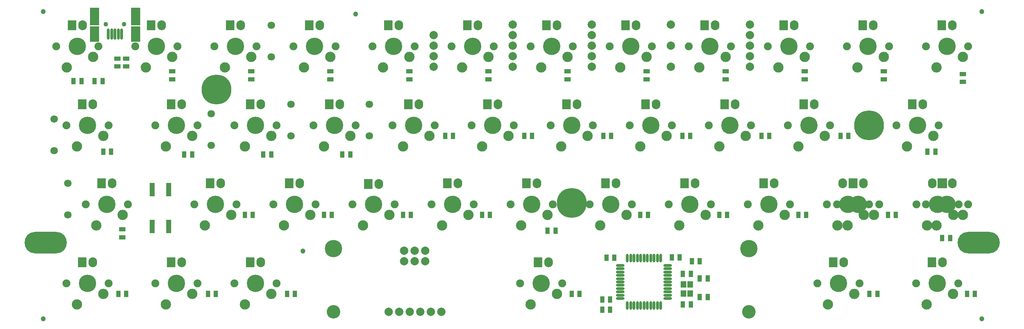
<source format=gbs>
G04 (created by PCBNEW (2013-02-13 BZR 3947)-testing) date 9/20/2013 10:49:51 AM*
%MOIN*%
G04 Gerber Fmt 3.4, Leading zero omitted, Abs format*
%FSLAX34Y34*%
G01*
G70*
G90*
G04 APERTURE LIST*
%ADD10C,0*%
%ADD11O,0.4017X0.2049*%
%ADD12C,0.2836*%
%ADD13R,0.0473701X0.130047*%
%ADD14R,0.0887X0.1655*%
%ADD15R,0.0887X0.1458*%
%ADD16O,0.0277008X0.106425*%
%ADD17C,0.0434331*%
%ADD18R,0.0533X0.0631*%
%ADD19O,0.0828X0.024*%
%ADD20O,0.024X0.0828*%
%ADD21R,0.043X0.063*%
%ADD22R,0.063X0.043*%
%ADD23C,0.0788661*%
%ADD24C,0.0709921*%
%ADD25C,0.098*%
%ADD26C,0.165*%
%ADD27C,0.075*%
%ADD28O,0.083X0.093*%
%ADD29R,0.083X0.093*%
%ADD30C,0.0473701*%
%ADD31C,0.128*%
G04 APERTURE END LIST*
G54D10*
G54D11*
X89071Y-22244D03*
G54D12*
X78701Y-11122D03*
X16801Y-7722D03*
X50472Y-18503D03*
G54D11*
X574Y-22244D03*
G54D13*
X10688Y-17223D03*
X12263Y-20727D03*
X10689Y-20727D03*
X12263Y-17223D03*
G54D14*
X9104Y-775D03*
X5226Y-775D03*
G54D15*
X5226Y-2449D03*
X9104Y-2449D03*
G54D16*
X7165Y-2449D03*
X6850Y-2449D03*
X6535Y-2449D03*
X7480Y-2449D03*
X7795Y-2449D03*
G54D17*
X6299Y-1523D03*
X8031Y-1523D03*
G54D18*
X61081Y-26226D03*
X61081Y-27092D03*
X61711Y-26226D03*
X61711Y-27092D03*
G54D19*
X55094Y-25985D03*
X55094Y-25670D03*
X55094Y-25355D03*
X55094Y-25040D03*
X55094Y-24725D03*
X55094Y-24410D03*
X55094Y-26300D03*
X55094Y-26615D03*
X55094Y-26930D03*
X55094Y-27245D03*
X55094Y-27560D03*
X59594Y-25985D03*
X59594Y-25670D03*
X59594Y-25355D03*
X59594Y-25040D03*
X59594Y-24725D03*
X59594Y-24410D03*
X59594Y-26300D03*
X59594Y-26615D03*
X59594Y-26930D03*
X59594Y-27245D03*
X59594Y-27560D03*
G54D20*
X57344Y-23735D03*
X57344Y-28235D03*
X57659Y-23735D03*
X57659Y-28235D03*
X57974Y-28235D03*
X57974Y-23735D03*
X58289Y-23735D03*
X58289Y-28235D03*
X58604Y-28235D03*
X58604Y-23735D03*
X58919Y-23735D03*
X58919Y-28235D03*
X57029Y-28235D03*
X57029Y-23735D03*
X56714Y-23735D03*
X56714Y-28235D03*
X56399Y-28235D03*
X56399Y-23735D03*
X56084Y-23735D03*
X56084Y-28235D03*
X55769Y-28235D03*
X55769Y-23735D03*
G54D21*
X5226Y-6922D03*
X5976Y-6922D03*
X62621Y-25659D03*
X63371Y-25659D03*
X62621Y-27409D03*
X63371Y-27409D03*
X54121Y-27659D03*
X53371Y-27659D03*
X54521Y-23684D03*
X53771Y-23684D03*
X61771Y-28109D03*
X61021Y-28109D03*
X61771Y-25209D03*
X61021Y-25209D03*
G54D22*
X7376Y-5534D03*
X7376Y-4784D03*
X8226Y-5534D03*
X8226Y-4784D03*
G54D21*
X59971Y-23659D03*
X60721Y-23659D03*
X54126Y-28633D03*
X53376Y-28633D03*
X62621Y-24009D03*
X61871Y-24009D03*
G54D22*
X72601Y-6747D03*
X72601Y-5997D03*
G54D21*
X69226Y-12122D03*
X68476Y-12122D03*
X72726Y-19622D03*
X71976Y-19622D03*
X39226Y-12122D03*
X38476Y-12122D03*
X65226Y-19622D03*
X64476Y-19622D03*
X61726Y-12122D03*
X60976Y-12122D03*
G54D22*
X65101Y-6747D03*
X65101Y-5997D03*
X57601Y-6747D03*
X57601Y-5997D03*
G54D21*
X54226Y-12122D03*
X53476Y-12122D03*
X57726Y-19622D03*
X56976Y-19622D03*
X42726Y-19622D03*
X41976Y-19622D03*
X3226Y-6922D03*
X3976Y-6922D03*
G54D22*
X50101Y-6747D03*
X50101Y-5997D03*
X35101Y-6747D03*
X35101Y-5997D03*
G54D21*
X35226Y-19622D03*
X34476Y-19622D03*
X28726Y-13872D03*
X29476Y-13872D03*
G54D22*
X27601Y-6747D03*
X27601Y-5997D03*
G54D21*
X51226Y-27122D03*
X50476Y-27122D03*
X48951Y-21109D03*
X48201Y-21109D03*
X46726Y-12122D03*
X45976Y-12122D03*
G54D22*
X42601Y-6747D03*
X42601Y-5997D03*
G54D21*
X24226Y-27122D03*
X23476Y-27122D03*
X16726Y-27122D03*
X15976Y-27122D03*
X27726Y-19622D03*
X26976Y-19622D03*
X21226Y-13872D03*
X21976Y-13872D03*
X20226Y-19622D03*
X19476Y-19622D03*
X13726Y-13872D03*
X14476Y-13872D03*
X8226Y-27122D03*
X7476Y-27122D03*
X6801Y-13609D03*
X6051Y-13609D03*
G54D22*
X20101Y-6747D03*
X20101Y-5997D03*
X12601Y-6747D03*
X12601Y-5997D03*
X7851Y-21747D03*
X7851Y-20997D03*
X87601Y-6997D03*
X87601Y-6247D03*
G54D21*
X86376Y-21822D03*
X85626Y-21822D03*
X88726Y-27122D03*
X87976Y-27122D03*
X79476Y-27122D03*
X78726Y-27122D03*
X84226Y-13622D03*
X84976Y-13622D03*
G54D22*
X80101Y-6747D03*
X80101Y-5997D03*
G54D21*
X76726Y-12122D03*
X75976Y-12122D03*
X81226Y-19622D03*
X80476Y-19622D03*
G54D23*
X37376Y-2559D03*
X37376Y-3559D03*
X37376Y-4559D03*
X44876Y-5559D03*
X44876Y-4559D03*
X44876Y-1559D03*
X37376Y-5559D03*
X52376Y-2559D03*
X52376Y-5559D03*
X52376Y-4559D03*
X52376Y-3559D03*
X59876Y-1559D03*
X59876Y-3559D03*
X52376Y-1559D03*
X36576Y-23024D03*
X36576Y-24024D03*
X34576Y-24024D03*
X34576Y-23024D03*
X35576Y-24024D03*
X35576Y-23024D03*
X37111Y-28809D03*
X35111Y-28809D03*
X33111Y-28809D03*
X36111Y-28809D03*
X34111Y-28809D03*
X38111Y-28809D03*
X44876Y-2559D03*
X44876Y-3559D03*
X67376Y-5559D03*
X67376Y-1559D03*
X67376Y-3559D03*
X67376Y-4559D03*
X67376Y-2559D03*
X59876Y-5559D03*
G54D24*
X1376Y-13509D03*
X1376Y-10509D03*
X2701Y-16622D03*
X2701Y-19622D03*
G54D25*
X3551Y-28122D03*
X6051Y-27122D03*
G54D26*
X4551Y-26122D03*
G54D27*
X6551Y-26122D03*
X2551Y-26122D03*
G54D25*
X3551Y-13122D03*
X6051Y-12122D03*
G54D26*
X4551Y-11122D03*
G54D27*
X6551Y-11122D03*
X2551Y-11122D03*
G54D25*
X5401Y-20622D03*
X7901Y-19622D03*
G54D26*
X6401Y-18622D03*
G54D27*
X8401Y-18622D03*
X4401Y-18622D03*
G54D28*
X24701Y-16622D03*
G54D29*
X23701Y-16622D03*
G54D28*
X13501Y-24122D03*
G54D29*
X12501Y-24122D03*
G54D28*
X17201Y-16622D03*
G54D29*
X16201Y-16622D03*
G54D28*
X5051Y-9122D03*
G54D29*
X4051Y-9122D03*
G54D28*
X11601Y-1621D03*
G54D29*
X10601Y-1621D03*
G54D28*
X5051Y-24122D03*
G54D29*
X4051Y-24122D03*
G54D25*
X85101Y-20622D03*
X87601Y-19622D03*
G54D26*
X86101Y-18622D03*
G54D27*
X88101Y-18622D03*
X84101Y-18622D03*
G54D25*
X49501Y-13122D03*
X52001Y-12122D03*
G54D26*
X50501Y-11122D03*
G54D27*
X52501Y-11122D03*
X48501Y-11122D03*
G54D25*
X70101Y-5622D03*
X72601Y-4622D03*
G54D26*
X71101Y-3622D03*
G54D27*
X73101Y-3622D03*
X69101Y-3622D03*
G54D25*
X32601Y-5622D03*
X35101Y-4622D03*
G54D26*
X33601Y-3622D03*
G54D27*
X35601Y-3622D03*
X31601Y-3622D03*
G54D25*
X84151Y-28122D03*
X86651Y-27122D03*
G54D26*
X85151Y-26122D03*
G54D27*
X87151Y-26122D03*
X83151Y-26122D03*
G54D25*
X74801Y-28122D03*
X77301Y-27122D03*
G54D26*
X75801Y-26122D03*
G54D27*
X77801Y-26122D03*
X73801Y-26122D03*
G54D25*
X19501Y-28122D03*
X22001Y-27122D03*
G54D26*
X20501Y-26122D03*
G54D27*
X22501Y-26122D03*
X18501Y-26122D03*
G54D25*
X12001Y-28122D03*
X14501Y-27122D03*
G54D26*
X13001Y-26122D03*
G54D27*
X15001Y-26122D03*
X11001Y-26122D03*
G54D25*
X76651Y-20622D03*
X79151Y-19622D03*
G54D26*
X77651Y-18622D03*
G54D27*
X79651Y-18622D03*
X75651Y-18622D03*
G54D25*
X68201Y-20622D03*
X70701Y-19622D03*
G54D26*
X69201Y-18622D03*
G54D27*
X71201Y-18622D03*
X67201Y-18622D03*
G54D25*
X27001Y-13122D03*
X29501Y-12122D03*
G54D26*
X28001Y-11122D03*
G54D27*
X30001Y-11122D03*
X26001Y-11122D03*
G54D25*
X19501Y-13122D03*
X22001Y-12122D03*
G54D26*
X20501Y-11122D03*
G54D27*
X22501Y-11122D03*
X18501Y-11122D03*
G54D25*
X12001Y-13122D03*
X14501Y-12122D03*
G54D26*
X13001Y-11122D03*
G54D27*
X15001Y-11122D03*
X11001Y-11122D03*
G54D25*
X85101Y-5622D03*
X87601Y-4622D03*
G54D26*
X86101Y-3622D03*
G54D27*
X88101Y-3622D03*
X84101Y-3622D03*
G54D25*
X62601Y-5622D03*
X65101Y-4622D03*
G54D26*
X63601Y-3622D03*
G54D27*
X65601Y-3622D03*
X61601Y-3622D03*
G54D25*
X55101Y-5622D03*
X57601Y-4622D03*
G54D26*
X56101Y-3622D03*
G54D27*
X58101Y-3622D03*
X54101Y-3622D03*
G54D25*
X47601Y-5622D03*
X50101Y-4622D03*
G54D26*
X48601Y-3622D03*
G54D27*
X50601Y-3622D03*
X46601Y-3622D03*
G54D25*
X40101Y-5622D03*
X42601Y-4622D03*
G54D26*
X41101Y-3622D03*
G54D27*
X43101Y-3622D03*
X39101Y-3622D03*
G54D25*
X25101Y-5622D03*
X27601Y-4622D03*
G54D26*
X26101Y-3622D03*
G54D27*
X28101Y-3622D03*
X24101Y-3622D03*
G54D25*
X17601Y-5622D03*
X20101Y-4622D03*
G54D26*
X18601Y-3622D03*
G54D27*
X20601Y-3622D03*
X16601Y-3622D03*
G54D25*
X10101Y-5622D03*
X12601Y-4622D03*
G54D26*
X11101Y-3622D03*
G54D27*
X13101Y-3622D03*
X9101Y-3622D03*
G54D25*
X60701Y-20622D03*
X63201Y-19622D03*
G54D26*
X61701Y-18622D03*
G54D27*
X63701Y-18622D03*
X59701Y-18622D03*
G54D25*
X53201Y-20622D03*
X55701Y-19622D03*
G54D26*
X54201Y-18622D03*
G54D27*
X56201Y-18622D03*
X52201Y-18622D03*
G54D25*
X45701Y-20622D03*
X48201Y-19622D03*
G54D26*
X46701Y-18622D03*
G54D27*
X48701Y-18622D03*
X44701Y-18622D03*
G54D25*
X38201Y-20622D03*
X40701Y-19622D03*
G54D26*
X39201Y-18622D03*
G54D27*
X41201Y-18622D03*
X37201Y-18622D03*
G54D25*
X30701Y-20622D03*
X33201Y-19622D03*
G54D26*
X31701Y-18622D03*
G54D27*
X33701Y-18622D03*
X29701Y-18622D03*
G54D25*
X23201Y-20622D03*
X25701Y-19622D03*
G54D26*
X24201Y-18622D03*
G54D27*
X26201Y-18622D03*
X22201Y-18622D03*
G54D25*
X15701Y-20622D03*
X18201Y-19622D03*
G54D26*
X16701Y-18622D03*
G54D27*
X18701Y-18622D03*
X14701Y-18622D03*
G54D25*
X82301Y-13122D03*
X84801Y-12122D03*
G54D26*
X83301Y-11122D03*
G54D27*
X85301Y-11122D03*
X81301Y-11122D03*
G54D25*
X72001Y-13122D03*
X74501Y-12122D03*
G54D26*
X73001Y-11122D03*
G54D27*
X75001Y-11122D03*
X71001Y-11122D03*
G54D25*
X64501Y-13122D03*
X67001Y-12122D03*
G54D26*
X65501Y-11122D03*
G54D27*
X67501Y-11122D03*
X63501Y-11122D03*
G54D25*
X57001Y-13122D03*
X59501Y-12122D03*
G54D26*
X58001Y-11122D03*
G54D27*
X60001Y-11122D03*
X56001Y-11122D03*
G54D25*
X42001Y-13122D03*
X44501Y-12122D03*
G54D26*
X43001Y-11122D03*
G54D27*
X45001Y-11122D03*
X41001Y-11122D03*
G54D25*
X34501Y-13122D03*
X37001Y-12122D03*
G54D26*
X35501Y-11122D03*
G54D27*
X37501Y-11122D03*
X33501Y-11122D03*
G54D25*
X77601Y-5622D03*
X80101Y-4622D03*
G54D26*
X78601Y-3622D03*
G54D27*
X80601Y-3622D03*
X76601Y-3622D03*
G54D28*
X48271Y-24124D03*
G54D29*
X47271Y-24124D03*
G54D28*
X62201Y-16622D03*
G54D29*
X61201Y-16622D03*
G54D28*
X54701Y-16622D03*
G54D29*
X53701Y-16622D03*
G54D28*
X47201Y-16622D03*
G54D29*
X46201Y-16622D03*
G54D28*
X39701Y-16622D03*
G54D29*
X38701Y-16622D03*
G54D28*
X83801Y-9122D03*
G54D29*
X82801Y-9122D03*
G54D28*
X73501Y-9122D03*
G54D29*
X72501Y-9122D03*
G54D28*
X66001Y-9122D03*
G54D29*
X65001Y-9122D03*
G54D28*
X32201Y-16672D03*
G54D29*
X31201Y-16672D03*
G54D28*
X58501Y-9122D03*
G54D29*
X57501Y-9122D03*
G54D28*
X34101Y-1622D03*
G54D29*
X33101Y-1622D03*
G54D28*
X41601Y-1622D03*
G54D29*
X40601Y-1622D03*
G54D28*
X49101Y-1622D03*
G54D29*
X48101Y-1622D03*
G54D28*
X56601Y-1622D03*
G54D29*
X55601Y-1622D03*
G54D28*
X26601Y-1622D03*
G54D29*
X25601Y-1622D03*
G54D28*
X51001Y-9122D03*
G54D29*
X50001Y-9122D03*
G54D28*
X64101Y-1622D03*
G54D29*
X63101Y-1622D03*
G54D28*
X71601Y-1622D03*
G54D29*
X70601Y-1622D03*
G54D28*
X79101Y-1622D03*
G54D29*
X78101Y-1622D03*
G54D28*
X86601Y-1622D03*
G54D29*
X85601Y-1622D03*
G54D28*
X36001Y-9122D03*
G54D29*
X35001Y-9122D03*
G54D28*
X43501Y-9122D03*
G54D29*
X42501Y-9122D03*
G54D28*
X85651Y-24122D03*
G54D29*
X84651Y-24122D03*
G54D28*
X76301Y-24122D03*
G54D29*
X75301Y-24122D03*
G54D28*
X69701Y-16622D03*
G54D29*
X68701Y-16622D03*
G54D28*
X78151Y-16622D03*
G54D29*
X77151Y-16622D03*
G54D28*
X21001Y-24122D03*
G54D29*
X20001Y-24122D03*
G54D28*
X86601Y-16622D03*
G54D29*
X85601Y-16622D03*
G54D28*
X4101Y-1621D03*
G54D29*
X3101Y-1621D03*
G54D25*
X2601Y-5622D03*
X5101Y-4622D03*
G54D26*
X3601Y-3622D03*
G54D27*
X5601Y-3622D03*
X1601Y-3622D03*
G54D28*
X6901Y-16622D03*
G54D29*
X5901Y-16622D03*
G54D24*
X31301Y-12122D03*
X31301Y-9122D03*
X23851Y-12122D03*
X23851Y-9122D03*
X16301Y-13022D03*
X16301Y-10022D03*
X22001Y-4622D03*
X22001Y-1622D03*
G54D28*
X28501Y-9122D03*
G54D29*
X27501Y-9122D03*
G54D28*
X21001Y-9122D03*
G54D29*
X20001Y-9122D03*
G54D28*
X13501Y-9122D03*
G54D29*
X12501Y-9122D03*
G54D28*
X19101Y-1622D03*
G54D29*
X18101Y-1622D03*
G54D30*
X351Y-29472D03*
X89401Y-322D03*
X89401Y-29472D03*
X351Y-322D03*
X24976Y-23059D03*
X29976Y-559D03*
G54D25*
X46601Y-28122D03*
X49101Y-27122D03*
G54D26*
X47601Y-26122D03*
G54D27*
X49601Y-26122D03*
X45601Y-26122D03*
G54D31*
X67301Y-28822D03*
X27901Y-28822D03*
G54D26*
X67301Y-22822D03*
X27901Y-22822D03*
G54D25*
X84201Y-20622D03*
X86701Y-19622D03*
G54D26*
X85201Y-18622D03*
G54D27*
X87201Y-18622D03*
X83201Y-18622D03*
G54D25*
X75701Y-20622D03*
X78201Y-19622D03*
G54D26*
X76701Y-18622D03*
G54D27*
X78701Y-18622D03*
X74701Y-18622D03*
G54D28*
X76201Y-16622D03*
G54D29*
X77201Y-16622D03*
G54D28*
X84701Y-16622D03*
G54D29*
X85701Y-16622D03*
M02*

</source>
